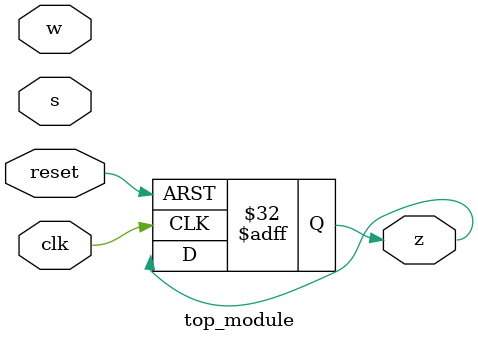
<source format=sv>
module top_module (
    input clk,
    input reset,
    input s,
    input w,
    output reg z
);

reg [3:0] state;
localparam A = 4'b0000, B = 4'b0001, C = 4'b0010, S10 = 4'b0011, S11 = 4'b0100, S20 = 4'b0101, S21 = 4'b0110, S22 = 4'b0111;

always @(posedge clk or posedge reset) begin
    if (reset) begin
        state <= A;
        z <= 0;
    end
    else begin
        case (state)
            A: // state A
                if (s) begin
                    state <= B;
                end
                else begin
                    state <= A;
                end
            B: // state B
                if (w) begin
                    state <= S11;
                end
                else begin
                    state <= S10;
                end
            C: // state C
                if (w) begin
                    state <= S11;
                end
                else begin
                    state <= S10;
                end
            S10: // state S10
                if (w) begin
                    state <= S21;
                end
                else begin
                    state <= S20;
                end
            S11: // state S11
                if (w) begin
                    state <= S22;
                end
                else begin
                    state <= S21;
                end
            S20: // state S20
                state <= B;
            S21: // state S21
                if (w) begin
                    state <= C;
                end
                else begin
                    state <= B;
                end
            S22: // state S22
                if (w) begin
                    state <= B;
                end
                else begin
                    state <= C;
                end
        endcase
    end
end

endmodule

</source>
